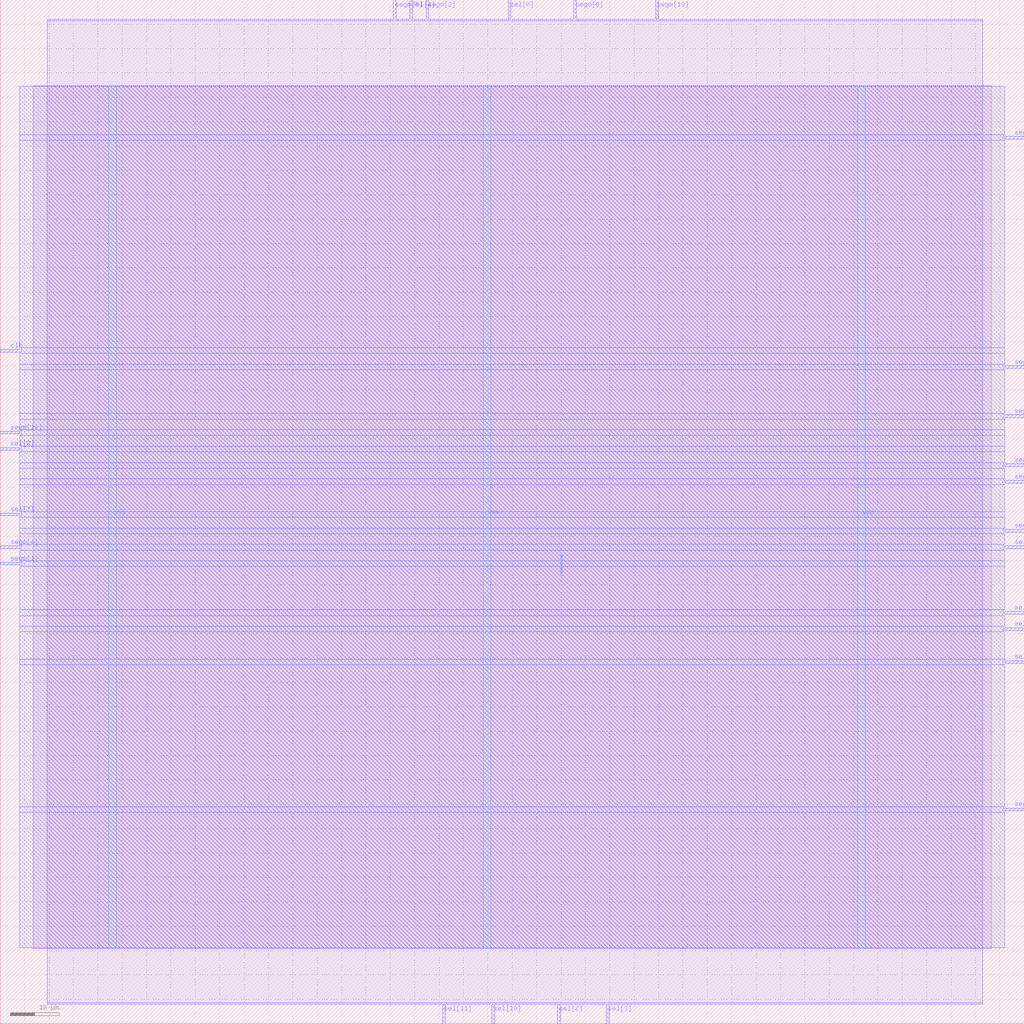
<source format=lef>
VERSION 5.7 ;
  NOWIREEXTENSIONATPIN ON ;
  DIVIDERCHAR "/" ;
  BUSBITCHARS "[]" ;
MACRO ita49
  CLASS BLOCK ;
  FOREIGN ita49 ;
  ORIGIN 0.000 0.000 ;
  SIZE 210.000 BY 210.000 ;
  PIN clk
    DIRECTION INPUT ;
    USE SIGNAL ;
    ANTENNAGATEAREA 4.738000 ;
    ANTENNADIFFAREA 0.410400 ;
    PORT
      LAYER Metal3 ;
        RECT 0.000 137.760 4.000 138.320 ;
    END
  END clk
  PIN segm[0]
    DIRECTION OUTPUT TRISTATE ;
    USE SIGNAL ;
    ANTENNADIFFAREA 0.360800 ;
    PORT
      LAYER Metal3 ;
        RECT 206.000 181.440 210.000 182.000 ;
    END
  END segm[0]
  PIN segm[10]
    DIRECTION OUTPUT TRISTATE ;
    USE SIGNAL ;
    ANTENNADIFFAREA 4.731200 ;
    PORT
      LAYER Metal3 ;
        RECT 0.000 120.960 4.000 121.520 ;
    END
  END segm[10]
  PIN segm[11]
    DIRECTION OUTPUT TRISTATE ;
    USE SIGNAL ;
    ANTENNADIFFAREA 4.731200 ;
    PORT
      LAYER Metal3 ;
        RECT 206.000 114.240 210.000 114.800 ;
    END
  END segm[11]
  PIN segm[12]
    DIRECTION OUTPUT TRISTATE ;
    USE SIGNAL ;
    ANTENNADIFFAREA 4.731200 ;
    PORT
      LAYER Metal3 ;
        RECT 206.000 134.400 210.000 134.960 ;
    END
  END segm[12]
  PIN segm[13]
    DIRECTION OUTPUT TRISTATE ;
    USE SIGNAL ;
    ANTENNADIFFAREA 4.731200 ;
    PORT
      LAYER Metal2 ;
        RECT 134.400 206.000 134.960 210.000 ;
    END
  END segm[13]
  PIN segm[1]
    DIRECTION OUTPUT TRISTATE ;
    USE SIGNAL ;
    ANTENNADIFFAREA 4.731200 ;
    PORT
      LAYER Metal3 ;
        RECT 0.000 94.080 4.000 94.640 ;
    END
  END segm[1]
  PIN segm[2]
    DIRECTION OUTPUT TRISTATE ;
    USE SIGNAL ;
    ANTENNADIFFAREA 4.731200 ;
    PORT
      LAYER Metal2 ;
        RECT 87.360 206.000 87.920 210.000 ;
    END
  END segm[2]
  PIN segm[3]
    DIRECTION OUTPUT TRISTATE ;
    USE SIGNAL ;
    ANTENNADIFFAREA 0.360800 ;
    PORT
      LAYER Metal3 ;
        RECT 206.000 43.680 210.000 44.240 ;
    END
  END segm[3]
  PIN segm[4]
    DIRECTION OUTPUT TRISTATE ;
    USE SIGNAL ;
    ANTENNADIFFAREA 4.731200 ;
    PORT
      LAYER Metal3 ;
        RECT 0.000 97.440 4.000 98.000 ;
    END
  END segm[4]
  PIN segm[5]
    DIRECTION OUTPUT TRISTATE ;
    USE SIGNAL ;
    ANTENNADIFFAREA 4.731200 ;
    PORT
      LAYER Metal2 ;
        RECT 80.640 206.000 81.200 210.000 ;
    END
  END segm[5]
  PIN segm[6]
    DIRECTION OUTPUT TRISTATE ;
    USE SIGNAL ;
    ANTENNADIFFAREA 4.731200 ;
    PORT
      LAYER Metal3 ;
        RECT 206.000 100.800 210.000 101.360 ;
    END
  END segm[6]
  PIN segm[7]
    DIRECTION OUTPUT TRISTATE ;
    USE SIGNAL ;
    ANTENNADIFFAREA 4.731200 ;
    PORT
      LAYER Metal3 ;
        RECT 206.000 110.880 210.000 111.440 ;
    END
  END segm[7]
  PIN segm[8]
    DIRECTION OUTPUT TRISTATE ;
    USE SIGNAL ;
    ANTENNADIFFAREA 4.731200 ;
    PORT
      LAYER Metal2 ;
        RECT 117.600 206.000 118.160 210.000 ;
    END
  END segm[8]
  PIN segm[9]
    DIRECTION OUTPUT TRISTATE ;
    USE SIGNAL ;
    ANTENNADIFFAREA 4.731200 ;
    PORT
      LAYER Metal3 ;
        RECT 206.000 124.320 210.000 124.880 ;
    END
  END segm[9]
  PIN sel[0]
    DIRECTION OUTPUT TRISTATE ;
    USE SIGNAL ;
    ANTENNADIFFAREA 4.731200 ;
    PORT
      LAYER Metal2 ;
        RECT 104.160 206.000 104.720 210.000 ;
    END
  END sel[0]
  PIN sel[10]
    DIRECTION OUTPUT TRISTATE ;
    USE SIGNAL ;
    ANTENNADIFFAREA 4.731200 ;
    PORT
      LAYER Metal2 ;
        RECT 100.800 0.000 101.360 4.000 ;
    END
  END sel[10]
  PIN sel[11]
    DIRECTION OUTPUT TRISTATE ;
    USE SIGNAL ;
    ANTENNADIFFAREA 4.731200 ;
    PORT
      LAYER Metal2 ;
        RECT 90.720 0.000 91.280 4.000 ;
    END
  END sel[11]
  PIN sel[1]
    DIRECTION OUTPUT TRISTATE ;
    USE SIGNAL ;
    ANTENNADIFFAREA 4.731200 ;
    PORT
      LAYER Metal3 ;
        RECT 206.000 84.000 210.000 84.560 ;
    END
  END sel[1]
  PIN sel[2]
    DIRECTION OUTPUT TRISTATE ;
    USE SIGNAL ;
    ANTENNADIFFAREA 4.731200 ;
    PORT
      LAYER Metal2 ;
        RECT 114.240 0.000 114.800 4.000 ;
    END
  END sel[2]
  PIN sel[3]
    DIRECTION OUTPUT TRISTATE ;
    USE SIGNAL ;
    ANTENNADIFFAREA 4.731200 ;
    PORT
      LAYER Metal2 ;
        RECT 124.320 0.000 124.880 4.000 ;
    END
  END sel[3]
  PIN sel[4]
    DIRECTION OUTPUT TRISTATE ;
    USE SIGNAL ;
    ANTENNADIFFAREA 4.731200 ;
    PORT
      LAYER Metal2 ;
        RECT 84.000 206.000 84.560 210.000 ;
    END
  END sel[4]
  PIN sel[5]
    DIRECTION OUTPUT TRISTATE ;
    USE SIGNAL ;
    ANTENNADIFFAREA 4.731200 ;
    PORT
      LAYER Metal3 ;
        RECT 206.000 80.640 210.000 81.200 ;
    END
  END sel[5]
  PIN sel[6]
    DIRECTION OUTPUT TRISTATE ;
    USE SIGNAL ;
    ANTENNADIFFAREA 4.731200 ;
    PORT
      LAYER Metal3 ;
        RECT 206.000 73.920 210.000 74.480 ;
    END
  END sel[6]
  PIN sel[7]
    DIRECTION OUTPUT TRISTATE ;
    USE SIGNAL ;
    ANTENNADIFFAREA 4.731200 ;
    PORT
      LAYER Metal3 ;
        RECT 0.000 104.160 4.000 104.720 ;
    END
  END sel[7]
  PIN sel[8]
    DIRECTION OUTPUT TRISTATE ;
    USE SIGNAL ;
    ANTENNADIFFAREA 4.731200 ;
    PORT
      LAYER Metal3 ;
        RECT 0.000 117.600 4.000 118.160 ;
    END
  END sel[8]
  PIN sel[9]
    DIRECTION OUTPUT TRISTATE ;
    USE SIGNAL ;
    ANTENNADIFFAREA 4.731200 ;
    PORT
      LAYER Metal3 ;
        RECT 206.000 97.440 210.000 98.000 ;
    END
  END sel[9]
  PIN vdd
    DIRECTION INOUT ;
    USE POWER ;
    PORT
      LAYER Metal4 ;
        RECT 22.240 15.380 23.840 192.380 ;
    END
    PORT
      LAYER Metal4 ;
        RECT 175.840 15.380 177.440 192.380 ;
    END
  END vdd
  PIN vss
    DIRECTION INOUT ;
    USE GROUND ;
    PORT
      LAYER Metal4 ;
        RECT 99.040 15.380 100.640 192.380 ;
    END
  END vss
  OBS
      LAYER Metal1 ;
        RECT 6.720 15.380 203.280 192.380 ;
      LAYER Metal2 ;
        RECT 9.660 205.700 80.340 206.000 ;
        RECT 81.500 205.700 83.700 206.000 ;
        RECT 84.860 205.700 87.060 206.000 ;
        RECT 88.220 205.700 103.860 206.000 ;
        RECT 105.020 205.700 117.300 206.000 ;
        RECT 118.460 205.700 134.100 206.000 ;
        RECT 135.260 205.700 201.460 206.000 ;
        RECT 9.660 4.300 201.460 205.700 ;
        RECT 9.660 4.000 90.420 4.300 ;
        RECT 91.580 4.000 100.500 4.300 ;
        RECT 101.660 4.000 113.940 4.300 ;
        RECT 115.100 4.000 124.020 4.300 ;
        RECT 125.180 4.000 201.460 4.300 ;
      LAYER Metal3 ;
        RECT 4.000 182.300 206.000 192.220 ;
        RECT 4.000 181.140 205.700 182.300 ;
        RECT 4.000 138.620 206.000 181.140 ;
        RECT 4.300 137.460 206.000 138.620 ;
        RECT 4.000 135.260 206.000 137.460 ;
        RECT 4.000 134.100 205.700 135.260 ;
        RECT 4.000 125.180 206.000 134.100 ;
        RECT 4.000 124.020 205.700 125.180 ;
        RECT 4.000 121.820 206.000 124.020 ;
        RECT 4.300 120.660 206.000 121.820 ;
        RECT 4.000 118.460 206.000 120.660 ;
        RECT 4.300 117.300 206.000 118.460 ;
        RECT 4.000 115.100 206.000 117.300 ;
        RECT 4.000 113.940 205.700 115.100 ;
        RECT 4.000 111.740 206.000 113.940 ;
        RECT 4.000 110.580 205.700 111.740 ;
        RECT 4.000 105.020 206.000 110.580 ;
        RECT 4.300 103.860 206.000 105.020 ;
        RECT 4.000 101.660 206.000 103.860 ;
        RECT 4.000 100.500 205.700 101.660 ;
        RECT 4.000 98.300 206.000 100.500 ;
        RECT 4.300 97.140 205.700 98.300 ;
        RECT 4.000 94.940 206.000 97.140 ;
        RECT 4.300 93.780 206.000 94.940 ;
        RECT 4.000 84.860 206.000 93.780 ;
        RECT 4.000 83.700 205.700 84.860 ;
        RECT 4.000 81.500 206.000 83.700 ;
        RECT 4.000 80.340 205.700 81.500 ;
        RECT 4.000 74.780 206.000 80.340 ;
        RECT 4.000 73.620 205.700 74.780 ;
        RECT 4.000 44.540 206.000 73.620 ;
        RECT 4.000 43.380 205.700 44.540 ;
        RECT 4.000 15.540 206.000 43.380 ;
      LAYER Metal4 ;
        RECT 114.940 91.930 115.220 96.230 ;
  END
END ita49
END LIBRARY


</source>
